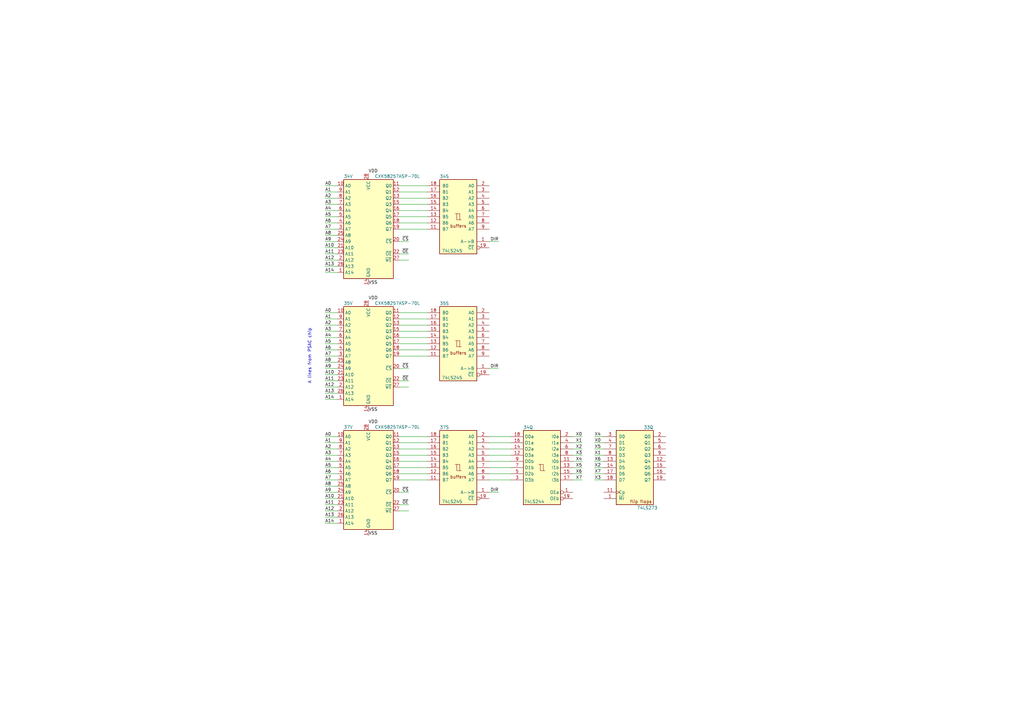
<source format=kicad_sch>
(kicad_sch (version 20231120) (generator "eeschema") (generator_version "8.0")
  (paper "A3")
  (title_block (company "JOTEGO"))
  (lib_symbols
    (symbol "Memory_RAM:KM62256CLP"
      (property "Reference" "U" (at -10.16 20.955 0))
      (property "Value" "KM62256CLP" (at 2.54 20.955 0))
      (symbol "KM62256CLP_0_0"
        (pin power_in line (at 0 -22.86 90) (length 2.54) (name "GND") (number "14"))
        (pin power_in line (at 0 22.86 270) (length 2.54) (name "VCC") (number "28"))
      )
      (symbol "KM62256CLP_0_1"
        (rectangle (start -10.16 20.32) (end 10.16 -20.32) (stroke (width 0.254)) (fill (type background)))
      )
      (symbol "KM62256CLP_1_1"
        (pin input line (at -12.7 -17.78 0) (length 2.54) (name "A14") (number "1"))
        (pin input line (at -12.7 17.78 0) (length 2.54) (name "A0") (number "10"))
        (pin tri_state line (at 12.7 17.78 180) (length 2.54) (name "Q0") (number "11"))
        (pin tri_state line (at 12.7 15.24 180) (length 2.54) (name "Q1") (number "12"))
        (pin tri_state line (at 12.7 12.7 180) (length 2.54) (name "Q2") (number "13"))
        (pin tri_state line (at 12.7 10.16 180) (length 2.54) (name "Q3") (number "15"))
        (pin tri_state line (at 12.7 7.62 180) (length 2.54) (name "Q4") (number "16"))
        (pin tri_state line (at 12.7 5.08 180) (length 2.54) (name "Q5") (number "17"))
        (pin tri_state line (at 12.7 2.54 180) (length 2.54) (name "Q6") (number "18"))
        (pin tri_state line (at 12.7 0 180) (length 2.54) (name "Q7") (number "19"))
        (pin input line (at -12.7 -12.7 0) (length 2.54) (name "A12") (number "2"))
        (pin input line (at 12.7 -5.08 180) (length 2.54) (name "~{CS}") (number "20"))
        (pin input line (at -12.7 -7.62 0) (length 2.54) (name "A10") (number "21"))
        (pin input line (at 12.7 -10.16 180) (length 2.54) (name "~{OE}") (number "22"))
        (pin input line (at -12.7 -10.16 0) (length 2.54) (name "A11") (number "23"))
        (pin input line (at -12.7 -5.08 0) (length 2.54) (name "A9") (number "24"))
        (pin input line (at -12.7 -2.54 0) (length 2.54) (name "A8") (number "25"))
        (pin input line (at -12.7 -15.24 0) (length 2.54) (name "A13") (number "26"))
        (pin input line (at 12.7 -12.7 180) (length 2.54) (name "~{WE}") (number "27"))
        (pin input line (at -12.7 0 0) (length 2.54) (name "A7") (number "3"))
        (pin input line (at -12.7 2.54 0) (length 2.54) (name "A6") (number "4"))
        (pin input line (at -12.7 5.08 0) (length 2.54) (name "A5") (number "5"))
        (pin input line (at -12.7 7.62 0) (length 2.54) (name "A4") (number "6"))
        (pin input line (at -12.7 10.16 0) (length 2.54) (name "A3") (number "7"))
        (pin input line (at -12.7 12.7 0) (length 2.54) (name "A2") (number "8"))
        (pin input line (at -12.7 15.24 0) (length 2.54) (name "A1") (number "9"))
      )
    )
    (symbol "jt74:74LS244"
      (property "Reference" "U" (at 7.62 16.51 0))
      (property "Value" "74LS244" (at 3.175 -13.97 0))
      (symbol "74LS244_1_0"
        (polyline (pts (xy -0.635 -1.27) (xy -0.635 1.27) (xy 0.635 1.27)))
        (polyline (pts (xy -1.27 -1.27) (xy 0.635 -1.27) (xy 0.635 1.27) (xy 1.27 1.27)))
        (pin input inverted (at -12.7 -10.16 0) (length 5.08) (name "OEa") (number "1"))
        (pin power_in line (at 0 -15.24 90) (length 5.08) hide (name "GND") (number "10"))
        (pin input line (at -12.7 2.54 0) (length 5.08) (name "I0b") (number "11"))
        (pin tri_state line (at 12.7 5.08 180) (length 5.08) (name "O3a") (number "12"))
        (pin input line (at -12.7 0 0) (length 5.08) (name "I1b") (number "13"))
        (pin tri_state line (at 12.7 7.62 180) (length 5.08) (name "O2a") (number "14"))
        (pin input line (at -12.7 -2.54 0) (length 5.08) (name "I2b") (number "15"))
        (pin tri_state line (at 12.7 10.16 180) (length 5.08) (name "O1a") (number "16"))
        (pin input line (at -12.7 -5.08 0) (length 5.08) (name "I3b") (number "17"))
        (pin tri_state line (at 12.7 12.7 180) (length 5.08) (name "O0a") (number "18"))
        (pin input inverted (at -12.7 -12.7 0) (length 5.08) (name "OEb") (number "19"))
        (pin input line (at -12.7 12.7 0) (length 5.08) (name "I0a") (number "2"))
        (pin power_in line (at 0 15.24 270) (length 5.08) hide (name "VCC") (number "20"))
        (pin tri_state line (at 12.7 -5.08 180) (length 5.08) (name "O3b") (number "3"))
        (pin input line (at -12.7 10.16 0) (length 5.08) (name "I1a") (number "4"))
        (pin tri_state line (at 12.7 -2.54 180) (length 5.08) (name "O2b") (number "5"))
        (pin input line (at -12.7 7.62 0) (length 5.08) (name "I2a") (number "6"))
        (pin tri_state line (at 12.7 0 180) (length 5.08) (name "O1b") (number "7"))
        (pin input line (at -12.7 5.08 0) (length 5.08) (name "I3a") (number "8"))
        (pin tri_state line (at 12.7 2.54 180) (length 5.08) (name "O0b") (number "9"))
      )
      (symbol "74LS244_1_1"
        (rectangle (start -7.62 15.24) (end 7.62 -15.24) (stroke (width 0.254)) (fill (type background)))
      )
    )
    (symbol "jt74:74LS245" (pin_names (offset 1.016))
      (property "Reference" "U" (at 7.62 16.51 0))
      (property "Value" "74LS245" (at 2.54 -13.97 0))
      (symbol "74LS245_0_0"
        (text "buffers" (at 0 -3.81 0) (effects (font (size 1.27 1.27))))
      )
      (symbol "74LS245_1_0"
        (polyline (pts (xy -0.635 -1.27) (xy -0.635 1.27) (xy 0.635 1.27)))
        (polyline (pts (xy -1.27 -1.27) (xy 0.635 -1.27) (xy 0.635 1.27) (xy 1.27 1.27)))
        (pin input line (at -12.7 -10.16 0) (length 5.08) (name "A->B") (number "1"))
        (pin tri_state line (at 12.7 -5.08 180) (length 5.08) (name "B7") (number "11"))
        (pin tri_state line (at 12.7 -2.54 180) (length 5.08) (name "B6") (number "12"))
        (pin tri_state line (at 12.7 0 180) (length 5.08) (name "B5") (number "13"))
        (pin tri_state line (at 12.7 2.54 180) (length 5.08) (name "B4") (number "14"))
        (pin tri_state line (at 12.7 5.08 180) (length 5.08) (name "B3") (number "15"))
        (pin tri_state line (at 12.7 7.62 180) (length 5.08) (name "B2") (number "16"))
        (pin tri_state line (at 12.7 10.16 180) (length 5.08) (name "B1") (number "17"))
        (pin tri_state line (at 12.7 12.7 180) (length 5.08) (name "B0") (number "18"))
        (pin input inverted (at -12.7 -12.7 0) (length 5.08) (name "~{CE}") (number "19"))
        (pin tri_state line (at -12.7 12.7 0) (length 5.08) (name "A0") (number "2"))
        (pin tri_state line (at -12.7 10.16 0) (length 5.08) (name "A1") (number "3"))
        (pin tri_state line (at -12.7 7.62 0) (length 5.08) (name "A2") (number "4"))
        (pin tri_state line (at -12.7 5.08 0) (length 5.08) (name "A3") (number "5"))
        (pin tri_state line (at -12.7 2.54 0) (length 5.08) (name "A4") (number "6"))
        (pin tri_state line (at -12.7 0 0) (length 5.08) (name "A5") (number "7"))
        (pin tri_state line (at -12.7 -2.54 0) (length 5.08) (name "A6") (number "8"))
        (pin tri_state line (at -12.7 -5.08 0) (length 5.08) (name "A7") (number "9"))
      )
      (symbol "74LS245_1_1"
        (rectangle (start -7.62 15.24) (end 7.62 -15.24) (stroke (width 0.254)) (fill (type background)))
      )
    )
    (symbol "jt74:74LS273" (pin_names (offset 1.016))
      (property "Reference" "U" (at 7.62 16.51 0))
      (property "Value" "74LS273" (at 5.08 -16.51 0))
      (symbol "74LS273_0_0"
        (text "flip flops" (at 2.54 -13.97 0) (effects (font (size 1.27 1.27))))
      )
      (symbol "74LS273_1_0"
        (pin input line (at -12.7 -12.7 0) (length 5.08) (name "~{Mr}") (number "1"))
        (pin power_in line (at 0 -15.24 90) (length 1.27) hide (name "GND") (number "10"))
        (pin input clock (at -12.7 -10.16 0) (length 5.08) (name "Cp") (number "11"))
        (pin output line (at 12.7 2.54 180) (length 5.08) (name "Q4") (number "12"))
        (pin input line (at -12.7 2.54 0) (length 5.08) (name "D4") (number "13"))
        (pin input line (at -12.7 0 0) (length 5.08) (name "D5") (number "14"))
        (pin output line (at 12.7 0 180) (length 5.08) (name "Q5") (number "15"))
        (pin output line (at 12.7 -2.54 180) (length 5.08) (name "Q6") (number "16"))
        (pin input line (at -12.7 -2.54 0) (length 5.08) (name "D6") (number "17"))
        (pin input line (at -12.7 -5.08 0) (length 5.08) (name "D7") (number "18"))
        (pin output line (at 12.7 -5.08 180) (length 5.08) (name "Q7") (number "19"))
        (pin output line (at 12.7 12.7 180) (length 5.08) (name "Q0") (number "2"))
        (pin power_in line (at 0 15.24 270) (length 1.27) hide (name "VCC") (number "20"))
        (pin input line (at -12.7 12.7 0) (length 5.08) (name "D0") (number "3"))
        (pin input line (at -12.7 10.16 0) (length 5.08) (name "D1") (number "4"))
        (pin output line (at 12.7 10.16 180) (length 5.08) (name "Q1") (number "5"))
        (pin output line (at 12.7 7.62 180) (length 5.08) (name "Q2") (number "6"))
        (pin input line (at -12.7 7.62 0) (length 5.08) (name "D2") (number "7"))
        (pin input line (at -12.7 5.08 0) (length 5.08) (name "D3") (number "8"))
        (pin output line (at 12.7 5.08 180) (length 5.08) (name "Q3") (number "9"))
      )
      (symbol "74LS273_1_1"
        (rectangle (start -7.62 15.24) (end 7.62 -15.24) (stroke (width 0.254)) (fill (type background)))
      )
    )
  )
  (wire (pts (xy 163.83 86.36) (xy 175.26 86.36)))
  (wire (pts (xy 163.83 138.43) (xy 175.26 138.43)))
  (wire (pts (xy 133.35 86.36) (xy 138.43 86.36)))
  (wire (pts (xy 163.83 93.98) (xy 175.26 93.98)))
  (wire (pts (xy 133.35 156.21) (xy 138.43 156.21)))
  (wire (pts (xy 133.35 88.9) (xy 138.43 88.9)))
  (wire (pts (xy 163.83 156.21) (xy 167.64 156.21)))
  (wire (pts (xy 163.83 146.05) (xy 175.26 146.05)))
  (wire (pts (xy 163.83 194.31) (xy 175.26 194.31)))
  (wire (pts (xy 133.35 140.97) (xy 138.43 140.97)))
  (wire (pts (xy 133.35 179.07) (xy 138.43 179.07)))
  (wire (pts (xy 133.35 109.22) (xy 138.43 109.22)))
  (wire (pts (xy 133.35 207.01) (xy 138.43 207.01)))
  (wire (pts (xy 234.95 181.61) (xy 238.76 181.61)))
  (wire (pts (xy 243.84 186.69) (xy 247.65 186.69)))
  (wire (pts (xy 163.83 99.06) (xy 167.64 99.06)))
  (wire (pts (xy 200.66 196.85) (xy 209.55 196.85)))
  (wire (pts (xy 133.35 130.81) (xy 138.43 130.81)))
  (wire (pts (xy 243.84 179.07) (xy 247.65 179.07)))
  (wire (pts (xy 133.35 96.52) (xy 138.43 96.52)))
  (wire (pts (xy 133.35 111.76) (xy 138.43 111.76)))
  (wire (pts (xy 200.66 184.15) (xy 209.55 184.15)))
  (wire (pts (xy 133.35 104.14) (xy 138.43 104.14)))
  (wire (pts (xy 200.66 194.31) (xy 209.55 194.31)))
  (wire (pts (xy 200.66 191.77) (xy 209.55 191.77)))
  (wire (pts (xy 234.95 186.69) (xy 238.76 186.69)))
  (wire (pts (xy 133.35 204.47) (xy 138.43 204.47)))
  (wire (pts (xy 133.35 148.59) (xy 138.43 148.59)))
  (wire (pts (xy 234.95 191.77) (xy 238.76 191.77)))
  (wire (pts (xy 163.83 189.23) (xy 175.26 189.23)))
  (wire (pts (xy 133.35 163.83) (xy 138.43 163.83)))
  (wire (pts (xy 133.35 99.06) (xy 138.43 99.06)))
  (wire (pts (xy 163.83 133.35) (xy 175.26 133.35)))
  (wire (pts (xy 234.95 196.85) (xy 238.76 196.85)))
  (wire (pts (xy 133.35 128.27) (xy 138.43 128.27)))
  (wire (pts (xy 163.83 83.82) (xy 175.26 83.82)))
  (wire (pts (xy 163.83 140.97) (xy 175.26 140.97)))
  (wire (pts (xy 133.35 106.68) (xy 138.43 106.68)))
  (wire (pts (xy 133.35 133.35) (xy 138.43 133.35)))
  (wire (pts (xy 133.35 212.09) (xy 138.43 212.09)))
  (wire (pts (xy 243.84 181.61) (xy 247.65 181.61)))
  (wire (pts (xy 243.84 189.23) (xy 247.65 189.23)))
  (wire (pts (xy 243.84 184.15) (xy 247.65 184.15)))
  (wire (pts (xy 163.83 158.75) (xy 167.64 158.75)))
  (wire (pts (xy 133.35 191.77) (xy 138.43 191.77)))
  (wire (pts (xy 133.35 93.98) (xy 138.43 93.98)))
  (wire (pts (xy 163.83 106.68) (xy 167.64 106.68)))
  (wire (pts (xy 133.35 194.31) (xy 138.43 194.31)))
  (wire (pts (xy 163.83 186.69) (xy 175.26 186.69)))
  (wire (pts (xy 133.35 151.13) (xy 138.43 151.13)))
  (wire (pts (xy 163.83 151.13) (xy 167.64 151.13)))
  (wire (pts (xy 163.83 91.44) (xy 175.26 91.44)))
  (wire (pts (xy 200.66 179.07) (xy 209.55 179.07)))
  (wire (pts (xy 163.83 78.74) (xy 175.26 78.74)))
  (wire (pts (xy 133.35 83.82) (xy 138.43 83.82)))
  (wire (pts (xy 133.35 146.05) (xy 138.43 146.05)))
  (wire (pts (xy 163.83 201.93) (xy 167.64 201.93)))
  (wire (pts (xy 200.66 151.13) (xy 204.47 151.13)))
  (wire (pts (xy 163.83 196.85) (xy 175.26 196.85)))
  (wire (pts (xy 133.35 158.75) (xy 138.43 158.75)))
  (wire (pts (xy 163.83 135.89) (xy 175.26 135.89)))
  (wire (pts (xy 133.35 199.39) (xy 138.43 199.39)))
  (wire (pts (xy 234.95 194.31) (xy 238.76 194.31)))
  (wire (pts (xy 163.83 143.51) (xy 175.26 143.51)))
  (wire (pts (xy 133.35 81.28) (xy 138.43 81.28)))
  (wire (pts (xy 163.83 184.15) (xy 175.26 184.15)))
  (wire (pts (xy 133.35 181.61) (xy 138.43 181.61)))
  (wire (pts (xy 234.95 179.07) (xy 238.76 179.07)))
  (wire (pts (xy 133.35 186.69) (xy 138.43 186.69)))
  (wire (pts (xy 234.95 184.15) (xy 238.76 184.15)))
  (wire (pts (xy 133.35 209.55) (xy 138.43 209.55)))
  (wire (pts (xy 163.83 209.55) (xy 167.64 209.55)))
  (wire (pts (xy 200.66 189.23) (xy 209.55 189.23)))
  (wire (pts (xy 243.84 194.31) (xy 247.65 194.31)))
  (wire (pts (xy 133.35 101.6) (xy 138.43 101.6)))
  (wire (pts (xy 163.83 88.9) (xy 175.26 88.9)))
  (wire (pts (xy 163.83 104.14) (xy 167.64 104.14)))
  (wire (pts (xy 200.66 201.93) (xy 204.47 201.93)))
  (wire (pts (xy 133.35 161.29) (xy 138.43 161.29)))
  (wire (pts (xy 243.84 191.77) (xy 247.65 191.77)))
  (wire (pts (xy 133.35 201.93) (xy 138.43 201.93)))
  (wire (pts (xy 133.35 76.2) (xy 138.43 76.2)))
  (wire (pts (xy 234.95 189.23) (xy 238.76 189.23)))
  (wire (pts (xy 163.83 191.77) (xy 175.26 191.77)))
  (wire (pts (xy 133.35 78.74) (xy 138.43 78.74)))
  (wire (pts (xy 133.35 153.67) (xy 138.43 153.67)))
  (wire (pts (xy 163.83 76.2) (xy 175.26 76.2)))
  (wire (pts (xy 133.35 135.89) (xy 138.43 135.89)))
  (wire (pts (xy 163.83 207.01) (xy 167.64 207.01)))
  (wire (pts (xy 200.66 186.69) (xy 209.55 186.69)))
  (wire (pts (xy 200.66 99.06) (xy 204.47 99.06)))
  (wire (pts (xy 133.35 91.44) (xy 138.43 91.44)))
  (wire (pts (xy 133.35 184.15) (xy 138.43 184.15)))
  (wire (pts (xy 200.66 181.61) (xy 209.55 181.61)))
  (wire (pts (xy 163.83 179.07) (xy 175.26 179.07)))
  (wire (pts (xy 163.83 181.61) (xy 175.26 181.61)))
  (wire (pts (xy 163.83 81.28) (xy 175.26 81.28)))
  (wire (pts (xy 133.35 143.51) (xy 138.43 143.51)))
  (wire (pts (xy 133.35 138.43) (xy 138.43 138.43)))
  (wire (pts (xy 243.84 196.85) (xy 247.65 196.85)))
  (wire (pts (xy 163.83 130.81) (xy 175.26 130.81)))
  (wire (pts (xy 133.35 214.63) (xy 138.43 214.63)))
  (wire (pts (xy 163.83 128.27) (xy 175.26 128.27)))
  (wire (pts (xy 133.35 189.23) (xy 138.43 189.23)))
  (wire (pts (xy 133.35 196.85) (xy 138.43 196.85)))
  (text "A lines from PSAC chip" (at 127 146.05 90) (effects (font (size 1.27 1.27))))
  (label "X0" (at 238.76 179.07 180))
  (label "X4" (at 238.76 189.23 180))
  (label "X2" (at 243.84 191.77 0))
  (label "VSS" (at 151.13 219.71 0))
  (label "A13" (at 133.35 212.09 0))
  (label "A7" (at 133.35 196.85 0))
  (label "A7" (at 133.35 93.98 0))
  (label "A8" (at 133.35 148.59 0))
  (label "DIR" (at 204.47 151.13 180))
  (label "A8" (at 133.35 199.39 0))
  (label "A12" (at 133.35 106.68 0))
  (label "A5" (at 133.35 140.97 0))
  (label "~{CS}" (at 167.64 99.06 180))
  (label "A4" (at 133.35 189.23 0))
  (label "A12" (at 133.35 158.75 0))
  (label "A4" (at 133.35 138.43 0))
  (label "A0" (at 133.35 128.27 0))
  (label "A2" (at 133.35 184.15 0))
  (label "VSS" (at 151.13 116.84 0))
  (label "X3" (at 238.76 186.69 180))
  (label "A0" (at 133.35 76.2 0))
  (label "A6" (at 133.35 91.44 0))
  (label "X5" (at 238.76 191.77 180))
  (label "DIR" (at 204.47 99.06 180))
  (label "~{CS}" (at 167.64 151.13 180))
  (label "X6" (at 243.84 189.23 0))
  (label "A9" (at 133.35 99.06 0))
  (label "A2" (at 133.35 81.28 0))
  (label "X3" (at 243.84 196.85 0))
  (label "X5" (at 243.84 184.15 0))
  (label "DIR" (at 204.47 201.93 180))
  (label "A1" (at 133.35 78.74 0))
  (label "~{CS}" (at 167.64 201.93 180))
  (label "X1" (at 243.84 186.69 0))
  (label "A10" (at 133.35 204.47 0))
  (label "A1" (at 133.35 130.81 0))
  (label "A13" (at 133.35 109.22 0))
  (label "A12" (at 133.35 209.55 0))
  (label "X6" (at 238.76 194.31 180))
  (label "A11" (at 133.35 104.14 0))
  (label "A1" (at 133.35 181.61 0))
  (label "X1" (at 238.76 181.61 180))
  (label "A3" (at 133.35 83.82 0))
  (label "X0" (at 243.84 181.61 0))
  (label "X7" (at 238.76 196.85 180))
  (label "A13" (at 133.35 161.29 0))
  (label "X2" (at 238.76 184.15 180))
  (label "A9" (at 133.35 151.13 0))
  (label "A5" (at 133.35 191.77 0))
  (label "A10" (at 133.35 153.67 0))
  (label "A2" (at 133.35 133.35 0))
  (label "A6" (at 133.35 194.31 0))
  (label "A14" (at 133.35 111.76 0))
  (label "~{OE}" (at 167.64 104.14 180))
  (label "A6" (at 133.35 143.51 0))
  (label "VDD" (at 151.13 71.12 0))
  (label "~{OE}" (at 167.64 156.21 180))
  (label "A11" (at 133.35 207.01 0))
  (label "A8" (at 133.35 96.52 0))
  (label "A14" (at 133.35 163.83 0))
  (label "A0" (at 133.35 179.07 0))
  (label "~{OE}" (at 167.64 207.01 180))
  (label "A10" (at 133.35 101.6 0))
  (label "A11" (at 133.35 156.21 0))
  (label "X7" (at 243.84 194.31 0))
  (label "VDD" (at 151.13 173.99 0))
  (label "A5" (at 133.35 88.9 0))
  (label "A9" (at 133.35 201.93 0))
  (label "A3" (at 133.35 135.89 0))
  (label "A7" (at 133.35 146.05 0))
  (label "VDD" (at 151.13 123.19 0))
  (label "X4" (at 243.84 179.07 0))
  (label "A3" (at 133.35 186.69 0))
  (label "A4" (at 133.35 86.36 0))
  (label "A14" (at 133.35 214.63 0))
  (label "VSS" (at 151.13 168.91 0))
  (symbol (lib_id "jt74:74LS245") (at 187.96 88.9 0) (mirror y) (unit 1)
    (property "Reference" "34S" (at 180.34 72.39 0) (effects (justify right)))
    (property "Value" "74LS245" (at 185.42 102.87 0))
    (property "Datasheet" "http://www.ti.com/lit/gpn/sn74LS245" (effects (hide yes)))
    (property "Description" "Octal BUS Transceivers, 3-State outputs" (effects (hide yes)))
  )
  (symbol (lib_id "jt74:74LS244") (at 222.25 191.77 0) (mirror y) (unit 1)
    (property "Reference" "34Q" (at 214.63 175.26 0) (effects (justify right)))
    (property "Value" "74LS244" (at 219.075 205.74 0))
    (property "Datasheet" "http://www.ti.com/lit/gpn/sn74LS244" (effects (hide yes)))
    (property "Description" "8-bit Bus Buffer 3-State outputs" (effects (hide yes)))
  )
  (symbol (lib_id "jt74:74LS273") (at 260.35 191.77 0) (unit 1)
    (property "Reference" "33Q" (at 267.97 175.26 0) (effects (justify right)))
    (property "Value" "74LS273" (at 265.43 208.28 0))
    (property "Datasheet" "http://www.ti.com/lit/gpn/sn74LS273" (effects (hide yes)))
    (property "Description" "8-bit D Flip-Flop, reset" (effects (hide yes)))
  )
  (symbol (lib_id "Memory_RAM:KM62256CLP") (at 151.13 146.05 0) (unit 1)
    (property "Reference" "35V" (at 140.97 125.095 0) (effects (justify left bottom)))
    (property "Value" "CXK58257ASP-70L" (at 153.67 125.095 0) (effects (justify left bottom)))
    (property "Footprint" "Package_DIP:DIP-28_W15.24mm" (effects (hide yes)))
    (property "Datasheet" "https://www.futurlec.com/Datasheet/Memory/62256.pdf" (effects (hide yes)))
    (property "Description" "32Kx8 bit Low Power CMOS Static RAM, 55/70ns, DIP-28" (effects (hide yes)))
  )
  (symbol (lib_id "Memory_RAM:KM62256CLP") (at 151.13 93.98 0) (unit 1)
    (property "Reference" "34V" (at 140.97 73.025 0) (effects (justify left bottom)))
    (property "Value" "CXK58257ASP-70L" (at 153.67 73.025 0) (effects (justify left bottom)))
    (property "Footprint" "Package_DIP:DIP-28_W15.24mm" (effects (hide yes)))
    (property "Datasheet" "https://www.futurlec.com/Datasheet/Memory/62256.pdf" (effects (hide yes)))
    (property "Description" "32Kx8 bit Low Power CMOS Static RAM, 55/70ns, DIP-28" (effects (hide yes)))
  )
  (symbol (lib_id "Memory_RAM:KM62256CLP") (at 151.13 196.85 0) (unit 1)
    (property "Reference" "37V" (at 140.97 175.895 0) (effects (justify left bottom)))
    (property "Value" "CXK58257ASP-70L" (at 153.67 175.895 0) (effects (justify left bottom)))
    (property "Footprint" "Package_DIP:DIP-28_W15.24mm" (effects (hide yes)))
    (property "Datasheet" "https://www.futurlec.com/Datasheet/Memory/62256.pdf" (effects (hide yes)))
    (property "Description" "32Kx8 bit Low Power CMOS Static RAM, 55/70ns, DIP-28" (effects (hide yes)))
  )
  (symbol (lib_id "jt74:74LS245") (at 187.96 140.97 0) (mirror y) (unit 1)
    (property "Reference" "35S" (at 180.34 124.46 0) (effects (justify right)))
    (property "Value" "74LS245" (at 185.42 154.94 0))
    (property "Datasheet" "http://www.ti.com/lit/gpn/sn74LS245" (effects (hide yes)))
    (property "Description" "Octal BUS Transceivers, 3-State outputs" (effects (hide yes)))
  )
  (symbol (lib_id "jt74:74LS245") (at 187.96 191.77 0) (mirror y) (unit 1)
    (property "Reference" "37S" (at 180.34 175.26 0) (effects (justify right)))
    (property "Value" "74LS245" (at 185.42 205.74 0))
    (property "Datasheet" "http://www.ti.com/lit/gpn/sn74LS245" (effects (hide yes)))
    (property "Description" "Octal BUS Transceivers, 3-State outputs" (effects (hide yes)))
  )
)
</source>
